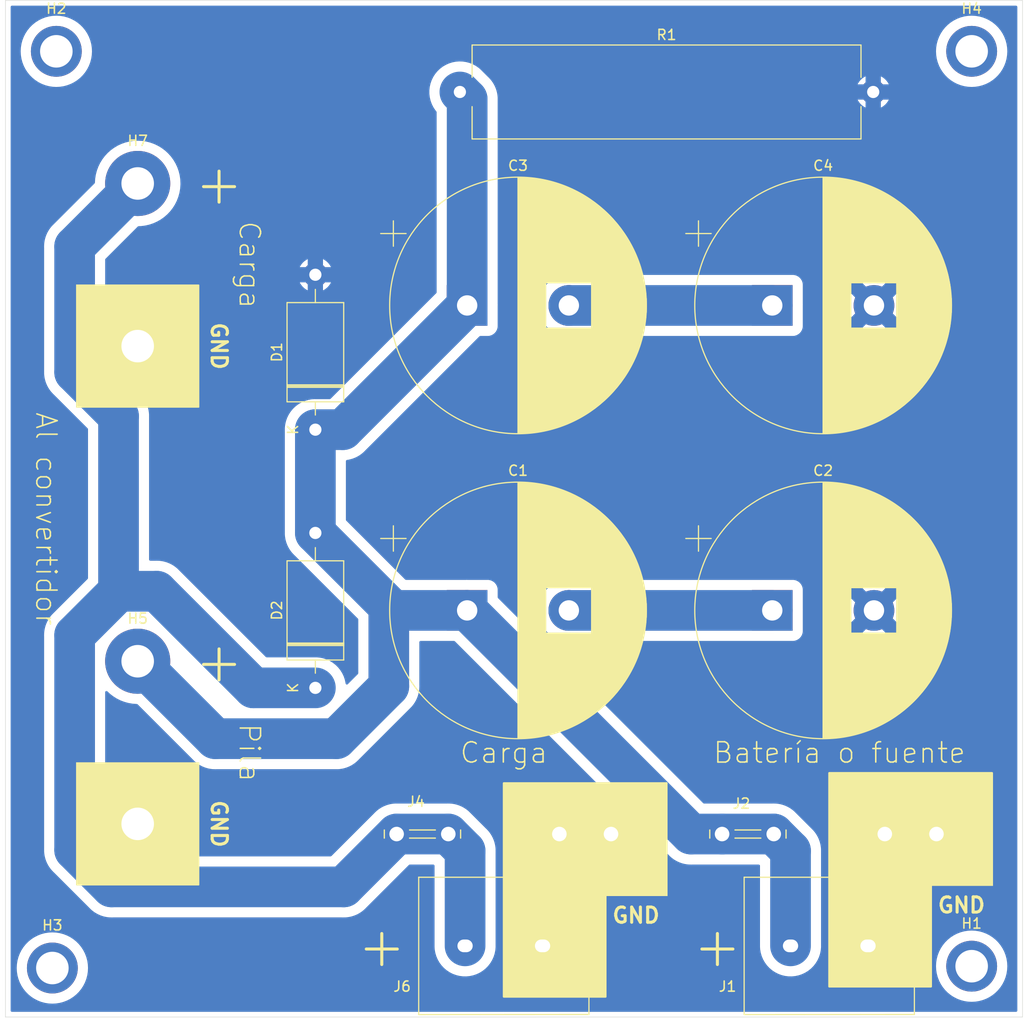
<source format=kicad_pcb>
(kicad_pcb (version 20211014) (generator pcbnew)
  (layers (0 "F.Cu" signal) (31 "B.Cu" signal) (34 "B.Paste" user) (35 "F.Paste" user) (36 "B.SilkS" user "B.Silkscreen") (37 "F.SilkS" user "F.Silkscreen") (38 "B.Mask" user) (39 "F.Mask" user) (44 "Edge.Cuts" user))
  (net 0 "")
  (net 1 "Net-(C1-Pad1)")
  (net 2 "Net-(C1-Pad2)")
  (net 3 "GND")
  (net 4 "Net-(C3-Pad2)")
  (net 5 "Net-(D2-Pad1)")
  (footprint "Capacitor_THT:CP_Radial_D25.0mm_P10.00mm_SnapIn" (layer "F.Cu") (at 125.39463 105)
    (fp_text reference "C4" (at 5 -13.75) (layer "F.SilkS"))
    (fp_text value "2200uF 100V")
    (pad "1" thru_hole rect (at 0 0) (size 4 4) (drill 2) (layers *.Cu *.Mask) (net 4 "Net-(C3-Pad2)"))
    (pad "2" thru_hole circle (at 10 0) (size 4 4) (drill 2) (layers *.Cu *.Mask) (net 3 "GND"))
  )
  (footprint "MountingHole:MountingHole_3.2mm_M3_Pad" (layer "F.Cu") (at 63 156)
    (fp_text reference "H6" (at 0 -4.2) (layer "F.SilkS"))
    (fp_text value "MountingHole_Pad")
    (pad "1" thru_hole circle (at 0 0) (size 6.4 6.4) (drill 3.2) (layers *.Cu *.Mask) (net 3 "GND"))
  )
  (footprint "power_connector:Degson_Screw_Terminal_block_01x02" (layer "F.Cu") (at 99 168 180)
    (fp_text reference "J6" (at 10 -4 unlocked) (layer "F.SilkS"))
    (fp_text value "Screw_Terminal_block_01x02")
    (pad "1" thru_hole oval (at -3.81 0 180) (size 3.5 3) (drill oval 1.5 1.25) (layers *.Cu *.Mask) (net 3 "GND"))
    (pad "2" thru_hole oval (at 3.81 0 180) (size 3.5 3) (drill oval 1.5 1.25) (layers *.Cu *.Mask) (net 5 "Net-(D2-Pad1)"))
  )
  (footprint "power_connector:TE_62409-1" (layer "F.Cu") (at 123 157)
    (fp_text reference "J2" (at -0.636045 -3) (layer "F.SilkS") (effects (font (size 1.001661 1.001661))))
    (fp_text value "62409-1")
    (pad "1" thru_hole circle (at -2.54 0) (size 2.145 2.145) (drill 1.43) (layers *.Cu *.Mask) (net 1 "Net-(C1-Pad1)"))
    (pad "2" thru_hole circle (at 2.54 0) (size 2.145 2.145) (drill 1.43) (layers *.Cu *.Mask) (net 1 "Net-(C1-Pad1)"))
  )
  (footprint "power_connector:TE_62409-1" (layer "F.Cu") (at 139 157)
    (fp_text reference "J3" (at -0.636045 -3.180265) (layer "F.SilkS") (effects (font (size 1.001661 1.001661))))
    (fp_text value "62409-1")
    (pad "1" thru_hole circle (at -2.54 0) (size 3 3) (drill 1.43) (layers *.Cu *.Mask) (net 3 "GND"))
    (pad "2" thru_hole circle (at 2.54 0) (size 3 3) (drill 1.43) (layers *.Cu *.Mask) (net 3 "GND"))
  )
  (footprint "Capacitor_THT:CP_Radial_D25.0mm_P10.00mm_SnapIn" (layer "F.Cu") (at 95.39463 135)
    (fp_text reference "C1" (at 5 -13.75) (layer "F.SilkS"))
    (fp_text value "2200uF 100V")
    (pad "1" thru_hole rect (at 0 0) (size 4 4) (drill 2) (layers *.Cu *.Mask) (net 1 "Net-(C1-Pad1)"))
    (pad "2" thru_hole circle (at 10 0) (size 4 4) (drill 2) (layers *.Cu *.Mask) (net 2 "Net-(C1-Pad2)"))
  )
  (footprint "Capacitor_THT:CP_Radial_D25.0mm_P10.00mm_SnapIn" (layer "F.Cu") (at 125.39463 135)
    (fp_text reference "C2" (at 5 -13.75) (layer "F.SilkS"))
    (fp_text value "2200uF 100V")
    (pad "1" thru_hole rect (at 0 0) (size 4 4) (drill 2) (layers *.Cu *.Mask) (net 2 "Net-(C1-Pad2)"))
    (pad "2" thru_hole circle (at 10 0) (size 4 4) (drill 2) (layers *.Cu *.Mask) (net 3 "GND"))
  )
  (footprint "MountingHole:MountingHole_3.2mm_M3" (layer "F.Cu") (at 145 80)
    (fp_text reference "H4" (at 0 -4.2) (layer "F.SilkS"))
    (fp_text value "MountingHole")
    (pad "" np_thru_hole circle (at 0 0) (size 5 5) (drill 3.2) (layers F&B.Cu *.Mask))
  )
  (footprint "power_connector:Degson_Screw_Terminal_block_01x02" (layer "F.Cu") (at 131 168 180)
    (fp_text reference "J1" (at 10 -4 unlocked) (layer "F.SilkS"))
    (fp_text value "Screw_Terminal_block_01x02")
    (pad "1" thru_hole oval (at -3.81 0 180) (size 3.5 3) (drill oval 1.5 1.25) (layers *.Cu *.Mask) (net 3 "GND"))
    (pad "2" thru_hole oval (at 3.81 0 180) (size 3.5 3) (drill oval 1.5 1.25) (layers *.Cu *.Mask) (net 1 "Net-(C1-Pad1)"))
  )
  (footprint "Resistor_THT:R_Axial_Power_L38.0mm_W9.0mm_P40.64mm" (layer "F.Cu") (at 94.68 84)
    (fp_text reference "R1" (at 20.32 -5.62) (layer "F.SilkS"))
    (fp_text value "2.2k 7W")
    (pad "1" thru_hole circle (at 0 0) (size 2.4 2.4) (drill 1.2) (layers *.Cu *.Mask) (net 1 "Net-(C1-Pad1)"))
    (pad "2" thru_hole oval (at 40.64 0) (size 2.4 2.4) (drill 1.2) (layers *.Cu *.Mask) (net 3 "GND"))
  )
  (footprint "MountingHole:MountingHole_3.2mm_M3" (layer "F.Cu") (at 54.61 170.18)
    (fp_text reference "H3" (at 0 -4.2) (layer "F.SilkS"))
    (fp_text value "MountingHole")
    (pad "" np_thru_hole circle (at 0 0) (size 5 5) (drill 3.2) (layers F&B.Cu *.Mask))
  )
  (footprint "power_connector:TE_62409-1" (layer "F.Cu") (at 91 157)
    (fp_text reference "J4" (at -0.636045 -3.180265) (layer "F.SilkS") (effects (font (size 1.001661 1.001661))))
    (fp_text value "62409-1")
    (pad "1" thru_hole circle (at -2.54 0) (size 2.145 2.145) (drill 1.43) (layers *.Cu *.Mask) (net 5 "Net-(D2-Pad1)"))
    (pad "2" thru_hole circle (at 2.54 0) (size 2.145 2.145) (drill 1.43) (layers *.Cu *.Mask) (net 5 "Net-(D2-Pad1)"))
  )
  (footprint "Diode_THT:D_DO-27_P15.24mm_Horizontal" (layer "F.Cu") (at 80.47 117.22 90)
    (fp_text reference "D1" (at 7.62 -3.785 90) (layer "F.SilkS"))
    (fp_text value "SB5200")
    (fp_text user "K" (at 0 -2.2 90) (layer "F.SilkS"))
    (pad "1" thru_hole rect (at 0 0 90) (size 2.4 2.4) (drill 1.2) (layers *.Cu *.Mask) (net 1 "Net-(C1-Pad1)"))
    (pad "2" thru_hole oval (at 15.24 0 90) (size 2.4 2.4) (drill 1.2) (layers *.Cu *.Mask) (net 3 "GND"))
  )
  (footprint "power_connector:TE_62409-1" (layer "F.Cu") (at 107 157)
    (fp_text reference "J5" (at -0.636045 -3.180265) (layer "F.SilkS") (effects (font (size 1.001661 1.001661))))
    (fp_text value "62409-1")
    (pad "1" thru_hole circle (at -2.54 0) (size 3 3) (drill 1.43) (layers *.Cu *.Mask) (net 3 "GND"))
    (pad "2" thru_hole circle (at 2.54 0) (size 3 3) (drill 1.43) (layers *.Cu *.Mask) (net 3 "GND"))
  )
  (footprint "Diode_THT:D_DO-27_P15.24mm_Horizontal" (layer "F.Cu") (at 80.47 142.62 90)
    (fp_text reference "D2" (at 7.62 -3.785 90) (layer "F.SilkS"))
    (fp_text value "SB5200")
    (fp_text user "K" (at 0 -2.2 90) (layer "F.SilkS"))
    (pad "1" thru_hole rect (at 0 0 90) (size 2.4 2.4) (drill 1.2) (layers *.Cu *.Mask) (net 5 "Net-(D2-Pad1)"))
    (pad "2" thru_hole oval (at 15.24 0 90) (size 2.4 2.4) (drill 1.2) (layers *.Cu *.Mask) (net 1 "Net-(C1-Pad1)"))
  )
  (footprint "MountingHole:MountingHole_3.2mm_M3_Pad" (layer "F.Cu") (at 63 109)
    (fp_text reference "H8" (at 0 -4.2) (layer "F.SilkS"))
    (fp_text value "MountingHole_Pad")
    (pad "1" thru_hole circle (at 0 0) (size 6.4 6.4) (drill 3.2) (layers *.Cu *.Mask) (net 3 "GND"))
  )
  (footprint "MountingHole:MountingHole_3.2mm_M3" (layer "F.Cu") (at 55 80)
    (fp_text reference "H2" (at 0 -4.2) (layer "F.SilkS"))
    (fp_text value "MountingHole")
    (pad "" np_thru_hole circle (at 0 0) (size 5 5) (drill 3.2) (layers F&B.Cu *.Mask))
  )
  (footprint "Capacitor_THT:CP_Radial_D25.0mm_P10.00mm_SnapIn" (layer "F.Cu") (at 95.39463 105)
    (fp_text reference "C3" (at 5 -13.75) (layer "F.SilkS"))
    (fp_text value "2200uF 100V")
    (pad "1" thru_hole rect (at 0 0) (size 4 4) (drill 2) (layers *.Cu *.Mask) (net 1 "Net-(C1-Pad1)"))
    (pad "2" thru_hole circle (at 10 0) (size 4 4) (drill 2) (layers *.Cu *.Mask) (net 4 "Net-(C3-Pad2)"))
  )
  (footprint "MountingHole:MountingHole_3.2mm_M3" (layer "F.Cu") (at 145 170)
    (fp_text reference "H1" (at 0 -4.2) (layer "F.SilkS"))
    (fp_text value "MountingHole")
    (pad "" np_thru_hole circle (at 0 0) (size 5 5) (drill 3.2) (layers F&B.Cu *.Mask))
  )
  (footprint "MountingHole:MountingHole_3.2mm_M3_Pad" (layer "F.Cu") (at 63 93)
    (fp_text reference "H7" (at 0 -4.2) (layer "F.SilkS"))
    (fp_text value "MountingHole_Pad")
    (pad "1" thru_hole circle (at 0 0) (size 6.4 6.4) (drill 3.2) (layers *.Cu *.Mask) (net 5 "Net-(D2-Pad1)"))
  )
  (footprint "MountingHole:MountingHole_3.2mm_M3_Pad" (layer "F.Cu") (at 63 140)
    (fp_text reference "H5" (at 0 -4.2) (layer "F.SilkS"))
    (fp_text value "MountingHole_Pad")
    (pad "1" thru_hole circle (at 0 0) (size 6.4 6.4) (drill 3.2) (layers *.Cu *.Mask) (net 1 "Net-(C1-Pad1)"))
  )
  (gr_rect (start 57 150) (end 57 150) (layer "F.SilkS") (width 0.12) (fill none))
  (gr_rect (start 57 150) (end 69 162) (layer "F.SilkS") (width 0.12) (fill solid))
  (gr_rect (start 57 103) (end 69 115) (layer "F.SilkS") (width 0.12) (fill solid))
  (gr_poly (pts (xy 147 162) (xy 141 162) (xy 141 172) (xy 131 172) (xy 131 151) (xy 147 151)) (layer "F.SilkS") (width 0.2) (fill solid))
  (gr_poly (pts (xy 115 163) (xy 109 163) (xy 109 173) (xy 99 173) (xy 99 152) (xy 115 152)) (layer "F.SilkS") (width 0.2) (fill solid))
  (gr_line (start 150 75) (end 50 75) (layer "Edge.Cuts") (width 0.05))
  (gr_line (start 50 175) (end 150 175) (layer "Edge.Cuts") (width 0.05))
  (gr_line (start 150 175) (end 150 75) (layer "Edge.Cuts") (width 0.05))
  (gr_line (start 50 75) (end 50 175) (layer "Edge.Cuts") (width 0.05))
  (gr_text "Carga" (at 74 101 270) (layer "F.SilkS") (effects (font (size 2 2))))
  (gr_text "+" (at 120 168) (layer "F.SilkS") (effects (font (size 4 4) (thickness 0.3))))
  (gr_text "Carga" (at 99 149) (layer "F.SilkS") (effects (font (size 2 2))))
  (gr_text "Batería o fuente\n" (at 132 149) (layer "F.SilkS") (effects (font (size 2 2))))
  (gr_text "+" (at 71 93) (layer "F.SilkS") (effects (font (size 4 4) (thickness 0.3))))
  (gr_text "GND" (at 144 164) (layer "F.SilkS") (effects (font (size 1.5 1.5) (thickness 0.3))))
  (gr_text "+" (at 87 168) (layer "F.SilkS") (effects (font (size 4 4) (thickness 0.3))))
  (gr_text "Al convertidor" (at 54 126 270) (layer "F.SilkS") (effects (font (size 2 2))))
  (gr_text "+" (at 71 140) (layer "F.SilkS") (effects (font (size 4 4) (thickness 0.3))))
  (gr_text "Pila" (at 74 149 270) (layer "F.SilkS") (effects (font (size 2 2))))
  (gr_text "GND" (at 112 165) (layer "F.SilkS") (effects (font (size 1.5 1.5) (thickness 0.3))))
  (gr_text "GND" (at 71 156 270) (layer "F.SilkS") (effects (font (size 1.5 1.5) (thickness 0.3))))
  (gr_text "GND" (at 71 109 270) (layer "F.SilkS") (effects (font (size 1.5 1.5) (thickness 0.3))))
  (segment (start 127.19 168) (end 127.19 158.65) (width 4) (layer "B.Cu") (net 1))
  (segment (start 82.540865 147.619511) (end 87.69 142.470376) (width 4) (layer "B.Cu") (net 1))
  (segment (start 70.619511 147.619511) (end 82.540865 147.619511) (width 4) (layer "B.Cu") (net 1))
  (segment (start 125.54 157) (end 120.46 157) (width 4) (layer "B.Cu") (net 1))
  (segment (start 80.47 117.22) (end 83.17463 117.22) (width 4) (layer "B.Cu") (net 1))
  (segment (start 95.39463 135) (end 87.69 135) (width 4) (layer "B.Cu") (net 1))
  (segment (start 87.69 134.6) (end 87.69 135) (width 4) (layer "B.Cu") (net 1))
  (segment (start 127.19 158.65) (end 125.54 157) (width 4) (layer "B.Cu") (net 1))
  (segment (start 87.69 142.470376) (end 87.69 135) (width 4) (layer "B.Cu") (net 1))
  (segment (start 120.46 157) (end 117.39463 157) (width 4) (layer "B.Cu") (net 1))
  (segment (start 80.47 127.38) (end 80.47 117.22) (width 4) (layer "B.Cu") (net 1))
  (segment (start 95.39463 84.71463) (end 94.68 84) (width 4) (layer "B.Cu") (net 1))
  (segment (start 83.17463 117.22) (end 95.39463 105) (width 4) (layer "B.Cu") (net 1))
  (segment (start 80.47 127.38) (end 87.69 134.6) (width 4) (layer "B.Cu") (net 1))
  (segment (start 63 140) (end 70.619511 147.619511) (width 4) (layer "B.Cu") (net 1))
  (segment (start 117.39463 157) (end 95.39463 135) (width 4) (layer "B.Cu") (net 1))
  (segment (start 95.39463 105) (end 95.39463 84.71463) (width 4) (layer "B.Cu") (net 1))
  (segment (start 105.39463 135) (end 125.39463 135) (width 4) (layer "B.Cu") (net 2))
  (segment (start 125.39463 105) (end 105.39463 105) (width 4) (layer "B.Cu") (net 4))
  (segment (start 64.883717 133.116283) (end 74.387434 142.62) (width 4) (layer "B.Cu") (net 5))
  (segment (start 95.19 168) (end 95.19 158.65) (width 4) (layer "B.Cu") (net 5))
  (segment (start 61.116283 115.883717) (end 56.800489 111.567923) (width 4) (layer "B.Cu") (net 5))
  (segment (start 61.116283 133.116283) (end 64.883717 133.116283) (width 4) (layer "B.Cu") (net 5))
  (segment (start 60.432077 162.199511) (end 83.260489 162.199511) (width 4) (layer "B.Cu") (net 5))
  (segment (start 61.116283 133.116283) (end 56.800489 137.432077) (width 4) (layer "B.Cu") (net 5))
  (segment (start 63 93) (end 56.800489 99.199511) (width 4) (layer "B.Cu") (net 5))
  (segment (start 61.116283 133.116283) (end 61.116283 115.883717) (width 4) (layer "B.Cu") (net 5))
  (segment (start 56.800489 158.567923) (end 60.432077 162.199511) (width 4) (layer "B.Cu") (net 5))
  (segment (start 83.260489 162.199511) (end 88.46 157) (width 4) (layer "B.Cu") (net 5))
  (segment (start 74.387434 142.62) (end 80.47 142.62) (width 4) (layer "B.Cu") (net 5))
  (segment (start 56.800489 137.432077) (end 56.800489 158.567923) (width 4) (layer "B.Cu") (net 5))
  (segment (start 56.800489 99.199511) (end 56.800489 111.567923) (width 4) (layer "B.Cu") (net 5))
  (segment (start 95.19 158.65) (end 93.54 157) (width 4) (layer "B.Cu") (net 5))
  (segment (start 88.46 157) (end 93.54 157) (width 4) (layer "B.Cu") (net 5))
  (zone (net 3) (net_name "GND") (layer "B.Cu") (connect_pads (clearance 0.508)) (min_thickness 0.254) (fill yes (thermal_gap 0.508) (thermal_bridge_width 1.5))
    (polygon (pts (xy 150 175) (xy 50 175) (xy 50 75) (xy 150 75)))
  )
)
</source>
